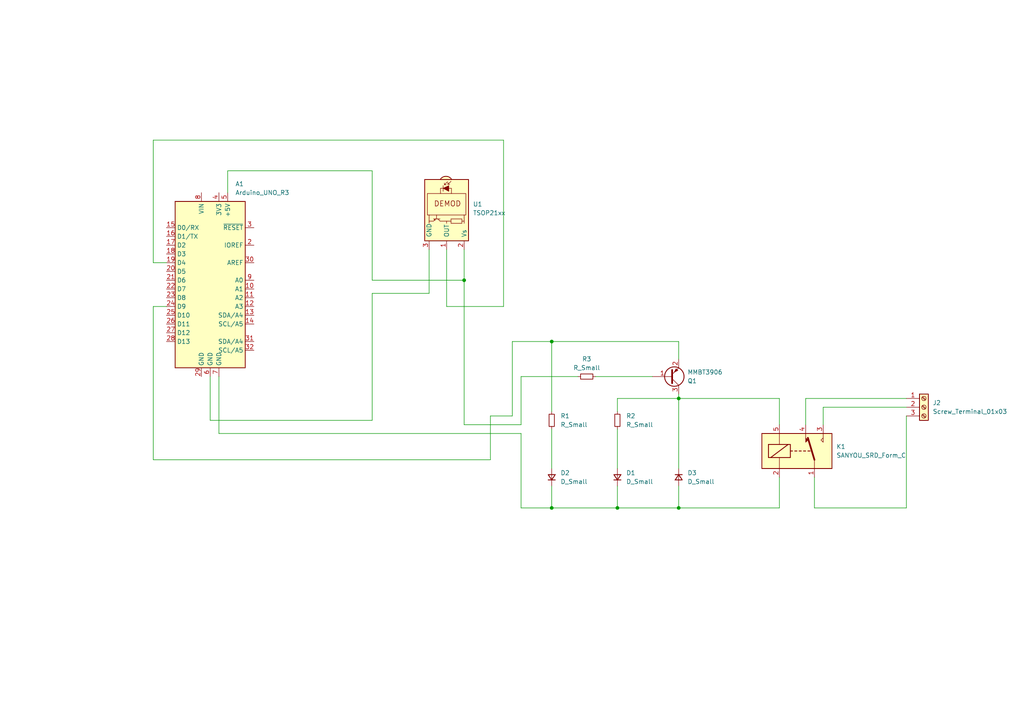
<source format=kicad_sch>
(kicad_sch
	(version 20231120)
	(generator "eeschema")
	(generator_version "8.0")
	(uuid "58d1f2e1-e14a-422e-bc5f-2720ecab5733")
	(paper "A4")
	(title_block
		(title "Remote controlled relay")
		(date "2024-06-29")
	)
	(lib_symbols
		(symbol "Connector:Screw_Terminal_01x03"
			(pin_names
				(offset 1.016) hide)
			(exclude_from_sim no)
			(in_bom yes)
			(on_board yes)
			(property "Reference" "J"
				(at 0 5.08 0)
				(effects
					(font
						(size 1.27 1.27)
					)
				)
			)
			(property "Value" "Screw_Terminal_01x03"
				(at 0 -5.08 0)
				(effects
					(font
						(size 1.27 1.27)
					)
				)
			)
			(property "Footprint" ""
				(at 0 0 0)
				(effects
					(font
						(size 1.27 1.27)
					)
					(hide yes)
				)
			)
			(property "Datasheet" "~"
				(at 0 0 0)
				(effects
					(font
						(size 1.27 1.27)
					)
					(hide yes)
				)
			)
			(property "Description" "Generic screw terminal, single row, 01x03, script generated (kicad-library-utils/schlib/autogen/connector/)"
				(at 0 0 0)
				(effects
					(font
						(size 1.27 1.27)
					)
					(hide yes)
				)
			)
			(property "ki_keywords" "screw terminal"
				(at 0 0 0)
				(effects
					(font
						(size 1.27 1.27)
					)
					(hide yes)
				)
			)
			(property "ki_fp_filters" "TerminalBlock*:*"
				(at 0 0 0)
				(effects
					(font
						(size 1.27 1.27)
					)
					(hide yes)
				)
			)
			(symbol "Screw_Terminal_01x03_1_1"
				(rectangle
					(start -1.27 3.81)
					(end 1.27 -3.81)
					(stroke
						(width 0.254)
						(type default)
					)
					(fill
						(type background)
					)
				)
				(circle
					(center 0 -2.54)
					(radius 0.635)
					(stroke
						(width 0.1524)
						(type default)
					)
					(fill
						(type none)
					)
				)
				(polyline
					(pts
						(xy -0.5334 -2.2098) (xy 0.3302 -3.048)
					)
					(stroke
						(width 0.1524)
						(type default)
					)
					(fill
						(type none)
					)
				)
				(polyline
					(pts
						(xy -0.5334 0.3302) (xy 0.3302 -0.508)
					)
					(stroke
						(width 0.1524)
						(type default)
					)
					(fill
						(type none)
					)
				)
				(polyline
					(pts
						(xy -0.5334 2.8702) (xy 0.3302 2.032)
					)
					(stroke
						(width 0.1524)
						(type default)
					)
					(fill
						(type none)
					)
				)
				(polyline
					(pts
						(xy -0.3556 -2.032) (xy 0.508 -2.8702)
					)
					(stroke
						(width 0.1524)
						(type default)
					)
					(fill
						(type none)
					)
				)
				(polyline
					(pts
						(xy -0.3556 0.508) (xy 0.508 -0.3302)
					)
					(stroke
						(width 0.1524)
						(type default)
					)
					(fill
						(type none)
					)
				)
				(polyline
					(pts
						(xy -0.3556 3.048) (xy 0.508 2.2098)
					)
					(stroke
						(width 0.1524)
						(type default)
					)
					(fill
						(type none)
					)
				)
				(circle
					(center 0 0)
					(radius 0.635)
					(stroke
						(width 0.1524)
						(type default)
					)
					(fill
						(type none)
					)
				)
				(circle
					(center 0 2.54)
					(radius 0.635)
					(stroke
						(width 0.1524)
						(type default)
					)
					(fill
						(type none)
					)
				)
				(pin passive line
					(at -5.08 2.54 0)
					(length 3.81)
					(name "Pin_1"
						(effects
							(font
								(size 1.27 1.27)
							)
						)
					)
					(number "1"
						(effects
							(font
								(size 1.27 1.27)
							)
						)
					)
				)
				(pin passive line
					(at -5.08 0 0)
					(length 3.81)
					(name "Pin_2"
						(effects
							(font
								(size 1.27 1.27)
							)
						)
					)
					(number "2"
						(effects
							(font
								(size 1.27 1.27)
							)
						)
					)
				)
				(pin passive line
					(at -5.08 -2.54 0)
					(length 3.81)
					(name "Pin_3"
						(effects
							(font
								(size 1.27 1.27)
							)
						)
					)
					(number "3"
						(effects
							(font
								(size 1.27 1.27)
							)
						)
					)
				)
			)
		)
		(symbol "Device:D_Small"
			(pin_numbers hide)
			(pin_names
				(offset 0.254) hide)
			(exclude_from_sim no)
			(in_bom yes)
			(on_board yes)
			(property "Reference" "D"
				(at -1.27 2.032 0)
				(effects
					(font
						(size 1.27 1.27)
					)
					(justify left)
				)
			)
			(property "Value" "D_Small"
				(at -3.81 -2.032 0)
				(effects
					(font
						(size 1.27 1.27)
					)
					(justify left)
				)
			)
			(property "Footprint" ""
				(at 0 0 90)
				(effects
					(font
						(size 1.27 1.27)
					)
					(hide yes)
				)
			)
			(property "Datasheet" "~"
				(at 0 0 90)
				(effects
					(font
						(size 1.27 1.27)
					)
					(hide yes)
				)
			)
			(property "Description" "Diode, small symbol"
				(at 0 0 0)
				(effects
					(font
						(size 1.27 1.27)
					)
					(hide yes)
				)
			)
			(property "Sim.Device" "D"
				(at 0 0 0)
				(effects
					(font
						(size 1.27 1.27)
					)
					(hide yes)
				)
			)
			(property "Sim.Pins" "1=K 2=A"
				(at 0 0 0)
				(effects
					(font
						(size 1.27 1.27)
					)
					(hide yes)
				)
			)
			(property "ki_keywords" "diode"
				(at 0 0 0)
				(effects
					(font
						(size 1.27 1.27)
					)
					(hide yes)
				)
			)
			(property "ki_fp_filters" "TO-???* *_Diode_* *SingleDiode* D_*"
				(at 0 0 0)
				(effects
					(font
						(size 1.27 1.27)
					)
					(hide yes)
				)
			)
			(symbol "D_Small_0_1"
				(polyline
					(pts
						(xy -0.762 -1.016) (xy -0.762 1.016)
					)
					(stroke
						(width 0.254)
						(type default)
					)
					(fill
						(type none)
					)
				)
				(polyline
					(pts
						(xy -0.762 0) (xy 0.762 0)
					)
					(stroke
						(width 0)
						(type default)
					)
					(fill
						(type none)
					)
				)
				(polyline
					(pts
						(xy 0.762 -1.016) (xy -0.762 0) (xy 0.762 1.016) (xy 0.762 -1.016)
					)
					(stroke
						(width 0.254)
						(type default)
					)
					(fill
						(type none)
					)
				)
			)
			(symbol "D_Small_1_1"
				(pin passive line
					(at -2.54 0 0)
					(length 1.778)
					(name "K"
						(effects
							(font
								(size 1.27 1.27)
							)
						)
					)
					(number "1"
						(effects
							(font
								(size 1.27 1.27)
							)
						)
					)
				)
				(pin passive line
					(at 2.54 0 180)
					(length 1.778)
					(name "A"
						(effects
							(font
								(size 1.27 1.27)
							)
						)
					)
					(number "2"
						(effects
							(font
								(size 1.27 1.27)
							)
						)
					)
				)
			)
		)
		(symbol "Device:R_Small"
			(pin_numbers hide)
			(pin_names
				(offset 0.254) hide)
			(exclude_from_sim no)
			(in_bom yes)
			(on_board yes)
			(property "Reference" "R"
				(at 0.762 0.508 0)
				(effects
					(font
						(size 1.27 1.27)
					)
					(justify left)
				)
			)
			(property "Value" "R_Small"
				(at 0.762 -1.016 0)
				(effects
					(font
						(size 1.27 1.27)
					)
					(justify left)
				)
			)
			(property "Footprint" ""
				(at 0 0 0)
				(effects
					(font
						(size 1.27 1.27)
					)
					(hide yes)
				)
			)
			(property "Datasheet" "~"
				(at 0 0 0)
				(effects
					(font
						(size 1.27 1.27)
					)
					(hide yes)
				)
			)
			(property "Description" "Resistor, small symbol"
				(at 0 0 0)
				(effects
					(font
						(size 1.27 1.27)
					)
					(hide yes)
				)
			)
			(property "ki_keywords" "R resistor"
				(at 0 0 0)
				(effects
					(font
						(size 1.27 1.27)
					)
					(hide yes)
				)
			)
			(property "ki_fp_filters" "R_*"
				(at 0 0 0)
				(effects
					(font
						(size 1.27 1.27)
					)
					(hide yes)
				)
			)
			(symbol "R_Small_0_1"
				(rectangle
					(start -0.762 1.778)
					(end 0.762 -1.778)
					(stroke
						(width 0.2032)
						(type default)
					)
					(fill
						(type none)
					)
				)
			)
			(symbol "R_Small_1_1"
				(pin passive line
					(at 0 2.54 270)
					(length 0.762)
					(name "~"
						(effects
							(font
								(size 1.27 1.27)
							)
						)
					)
					(number "1"
						(effects
							(font
								(size 1.27 1.27)
							)
						)
					)
				)
				(pin passive line
					(at 0 -2.54 90)
					(length 0.762)
					(name "~"
						(effects
							(font
								(size 1.27 1.27)
							)
						)
					)
					(number "2"
						(effects
							(font
								(size 1.27 1.27)
							)
						)
					)
				)
			)
		)
		(symbol "Interface_Optical:TSOP21xx"
			(pin_names
				(offset 1.016)
			)
			(exclude_from_sim no)
			(in_bom yes)
			(on_board yes)
			(property "Reference" "U"
				(at -10.16 7.62 0)
				(effects
					(font
						(size 1.27 1.27)
					)
					(justify left)
				)
			)
			(property "Value" "TSOP21xx"
				(at -10.16 -7.62 0)
				(effects
					(font
						(size 1.27 1.27)
					)
					(justify left)
				)
			)
			(property "Footprint" "OptoDevice:Vishay_MOLD-3Pin"
				(at -1.27 -9.525 0)
				(effects
					(font
						(size 1.27 1.27)
					)
					(hide yes)
				)
			)
			(property "Datasheet" "http://www.vishay.com/docs/82460/tsop45.pdf"
				(at 16.51 7.62 0)
				(effects
					(font
						(size 1.27 1.27)
					)
					(hide yes)
				)
			)
			(property "Description" "IR Receiver Modules for Remote Control Systems"
				(at 0 0 0)
				(effects
					(font
						(size 1.27 1.27)
					)
					(hide yes)
				)
			)
			(property "ki_keywords" "opto IR receiver"
				(at 0 0 0)
				(effects
					(font
						(size 1.27 1.27)
					)
					(hide yes)
				)
			)
			(property "ki_fp_filters" "Vishay*MOLD*"
				(at 0 0 0)
				(effects
					(font
						(size 1.27 1.27)
					)
					(hide yes)
				)
			)
			(symbol "TSOP21xx_0_0"
				(arc
					(start -10.287 1.397)
					(mid -11.0899 -0.1852)
					(end -10.287 -1.778)
					(stroke
						(width 0.254)
						(type default)
					)
					(fill
						(type background)
					)
				)
				(polyline
					(pts
						(xy 1.905 -5.08) (xy 0.127 -5.08)
					)
					(stroke
						(width 0)
						(type default)
					)
					(fill
						(type none)
					)
				)
				(polyline
					(pts
						(xy 1.905 5.08) (xy 0.127 5.08)
					)
					(stroke
						(width 0)
						(type default)
					)
					(fill
						(type none)
					)
				)
				(text "DEMOD"
					(at -3.175 0.254 900)
					(effects
						(font
							(size 1.524 1.524)
						)
					)
				)
			)
			(symbol "TSOP21xx_0_1"
				(rectangle
					(start -6.096 5.588)
					(end 0.127 -5.588)
					(stroke
						(width 0)
						(type default)
					)
					(fill
						(type none)
					)
				)
				(polyline
					(pts
						(xy -8.763 0.381) (xy -9.652 1.27)
					)
					(stroke
						(width 0)
						(type default)
					)
					(fill
						(type none)
					)
				)
				(polyline
					(pts
						(xy -8.763 0.381) (xy -9.271 0.381)
					)
					(stroke
						(width 0)
						(type default)
					)
					(fill
						(type none)
					)
				)
				(polyline
					(pts
						(xy -8.763 0.381) (xy -8.763 0.889)
					)
					(stroke
						(width 0)
						(type default)
					)
					(fill
						(type none)
					)
				)
				(polyline
					(pts
						(xy -8.636 -0.635) (xy -9.525 0.254)
					)
					(stroke
						(width 0)
						(type default)
					)
					(fill
						(type none)
					)
				)
				(polyline
					(pts
						(xy -8.636 -0.635) (xy -9.144 -0.635)
					)
					(stroke
						(width 0)
						(type default)
					)
					(fill
						(type none)
					)
				)
				(polyline
					(pts
						(xy -8.636 -0.635) (xy -8.636 -0.127)
					)
					(stroke
						(width 0)
						(type default)
					)
					(fill
						(type none)
					)
				)
				(polyline
					(pts
						(xy -8.382 -1.016) (xy -6.731 -1.016)
					)
					(stroke
						(width 0)
						(type default)
					)
					(fill
						(type none)
					)
				)
				(polyline
					(pts
						(xy 1.27 -2.921) (xy 0.127 -2.921)
					)
					(stroke
						(width 0)
						(type default)
					)
					(fill
						(type none)
					)
				)
				(polyline
					(pts
						(xy 1.27 -1.905) (xy 1.27 -3.81)
					)
					(stroke
						(width 0)
						(type default)
					)
					(fill
						(type none)
					)
				)
				(polyline
					(pts
						(xy 1.397 -3.556) (xy 1.524 -3.556)
					)
					(stroke
						(width 0)
						(type default)
					)
					(fill
						(type none)
					)
				)
				(polyline
					(pts
						(xy 1.651 -3.556) (xy 1.524 -3.556)
					)
					(stroke
						(width 0)
						(type default)
					)
					(fill
						(type none)
					)
				)
				(polyline
					(pts
						(xy 1.651 -3.556) (xy 1.651 -3.302)
					)
					(stroke
						(width 0)
						(type default)
					)
					(fill
						(type none)
					)
				)
				(polyline
					(pts
						(xy 1.905 0) (xy 1.905 1.27)
					)
					(stroke
						(width 0)
						(type default)
					)
					(fill
						(type none)
					)
				)
				(polyline
					(pts
						(xy 1.905 4.445) (xy 1.905 5.08) (xy 2.54 5.08)
					)
					(stroke
						(width 0)
						(type default)
					)
					(fill
						(type none)
					)
				)
				(polyline
					(pts
						(xy -8.382 0.635) (xy -6.731 0.635) (xy -7.62 -1.016) (xy -8.382 0.635)
					)
					(stroke
						(width 0)
						(type default)
					)
					(fill
						(type outline)
					)
				)
				(polyline
					(pts
						(xy -6.096 1.397) (xy -7.62 1.397) (xy -7.62 -1.778) (xy -6.096 -1.778)
					)
					(stroke
						(width 0)
						(type default)
					)
					(fill
						(type none)
					)
				)
				(polyline
					(pts
						(xy 1.27 -3.175) (xy 1.905 -3.81) (xy 1.905 -5.08) (xy 2.54 -5.08)
					)
					(stroke
						(width 0)
						(type default)
					)
					(fill
						(type none)
					)
				)
				(polyline
					(pts
						(xy 1.27 -2.54) (xy 1.905 -1.905) (xy 1.905 0) (xy 2.54 0)
					)
					(stroke
						(width 0)
						(type default)
					)
					(fill
						(type none)
					)
				)
				(rectangle
					(start 2.54 1.27)
					(end 1.27 4.445)
					(stroke
						(width 0)
						(type default)
					)
					(fill
						(type none)
					)
				)
				(rectangle
					(start 7.62 6.35)
					(end -10.16 -6.35)
					(stroke
						(width 0.254)
						(type default)
					)
					(fill
						(type background)
					)
				)
			)
			(symbol "TSOP21xx_1_1"
				(pin output line
					(at 10.16 0 180)
					(length 2.54)
					(name "OUT"
						(effects
							(font
								(size 1.27 1.27)
							)
						)
					)
					(number "1"
						(effects
							(font
								(size 1.27 1.27)
							)
						)
					)
				)
				(pin power_in line
					(at 10.16 5.08 180)
					(length 2.54)
					(name "Vs"
						(effects
							(font
								(size 1.27 1.27)
							)
						)
					)
					(number "2"
						(effects
							(font
								(size 1.27 1.27)
							)
						)
					)
				)
				(pin power_in line
					(at 10.16 -5.08 180)
					(length 2.54)
					(name "GND"
						(effects
							(font
								(size 1.27 1.27)
							)
						)
					)
					(number "3"
						(effects
							(font
								(size 1.27 1.27)
							)
						)
					)
				)
			)
		)
		(symbol "MCU_Module:Arduino_UNO_R3"
			(exclude_from_sim no)
			(in_bom yes)
			(on_board yes)
			(property "Reference" "A"
				(at -10.16 23.495 0)
				(effects
					(font
						(size 1.27 1.27)
					)
					(justify left bottom)
				)
			)
			(property "Value" "Arduino_UNO_R3"
				(at 5.08 -26.67 0)
				(effects
					(font
						(size 1.27 1.27)
					)
					(justify left top)
				)
			)
			(property "Footprint" "Module:Arduino_UNO_R3"
				(at 0 0 0)
				(effects
					(font
						(size 1.27 1.27)
						(italic yes)
					)
					(hide yes)
				)
			)
			(property "Datasheet" "https://www.arduino.cc/en/Main/arduinoBoardUno"
				(at 0 0 0)
				(effects
					(font
						(size 1.27 1.27)
					)
					(hide yes)
				)
			)
			(property "Description" "Arduino UNO Microcontroller Module, release 3"
				(at 0 0 0)
				(effects
					(font
						(size 1.27 1.27)
					)
					(hide yes)
				)
			)
			(property "ki_keywords" "Arduino UNO R3 Microcontroller Module Atmel AVR USB"
				(at 0 0 0)
				(effects
					(font
						(size 1.27 1.27)
					)
					(hide yes)
				)
			)
			(property "ki_fp_filters" "Arduino*UNO*R3*"
				(at 0 0 0)
				(effects
					(font
						(size 1.27 1.27)
					)
					(hide yes)
				)
			)
			(symbol "Arduino_UNO_R3_0_1"
				(rectangle
					(start -10.16 22.86)
					(end 10.16 -25.4)
					(stroke
						(width 0.254)
						(type default)
					)
					(fill
						(type background)
					)
				)
			)
			(symbol "Arduino_UNO_R3_1_1"
				(pin no_connect line
					(at -10.16 -20.32 0)
					(length 2.54) hide
					(name "NC"
						(effects
							(font
								(size 1.27 1.27)
							)
						)
					)
					(number "1"
						(effects
							(font
								(size 1.27 1.27)
							)
						)
					)
				)
				(pin bidirectional line
					(at 12.7 -2.54 180)
					(length 2.54)
					(name "A1"
						(effects
							(font
								(size 1.27 1.27)
							)
						)
					)
					(number "10"
						(effects
							(font
								(size 1.27 1.27)
							)
						)
					)
				)
				(pin bidirectional line
					(at 12.7 -5.08 180)
					(length 2.54)
					(name "A2"
						(effects
							(font
								(size 1.27 1.27)
							)
						)
					)
					(number "11"
						(effects
							(font
								(size 1.27 1.27)
							)
						)
					)
				)
				(pin bidirectional line
					(at 12.7 -7.62 180)
					(length 2.54)
					(name "A3"
						(effects
							(font
								(size 1.27 1.27)
							)
						)
					)
					(number "12"
						(effects
							(font
								(size 1.27 1.27)
							)
						)
					)
				)
				(pin bidirectional line
					(at 12.7 -10.16 180)
					(length 2.54)
					(name "SDA/A4"
						(effects
							(font
								(size 1.27 1.27)
							)
						)
					)
					(number "13"
						(effects
							(font
								(size 1.27 1.27)
							)
						)
					)
				)
				(pin bidirectional line
					(at 12.7 -12.7 180)
					(length 2.54)
					(name "SCL/A5"
						(effects
							(font
								(size 1.27 1.27)
							)
						)
					)
					(number "14"
						(effects
							(font
								(size 1.27 1.27)
							)
						)
					)
				)
				(pin bidirectional line
					(at -12.7 15.24 0)
					(length 2.54)
					(name "D0/RX"
						(effects
							(font
								(size 1.27 1.27)
							)
						)
					)
					(number "15"
						(effects
							(font
								(size 1.27 1.27)
							)
						)
					)
				)
				(pin bidirectional line
					(at -12.7 12.7 0)
					(length 2.54)
					(name "D1/TX"
						(effects
							(font
								(size 1.27 1.27)
							)
						)
					)
					(number "16"
						(effects
							(font
								(size 1.27 1.27)
							)
						)
					)
				)
				(pin bidirectional line
					(at -12.7 10.16 0)
					(length 2.54)
					(name "D2"
						(effects
							(font
								(size 1.27 1.27)
							)
						)
					)
					(number "17"
						(effects
							(font
								(size 1.27 1.27)
							)
						)
					)
				)
				(pin bidirectional line
					(at -12.7 7.62 0)
					(length 2.54)
					(name "D3"
						(effects
							(font
								(size 1.27 1.27)
							)
						)
					)
					(number "18"
						(effects
							(font
								(size 1.27 1.27)
							)
						)
					)
				)
				(pin bidirectional line
					(at -12.7 5.08 0)
					(length 2.54)
					(name "D4"
						(effects
							(font
								(size 1.27 1.27)
							)
						)
					)
					(number "19"
						(effects
							(font
								(size 1.27 1.27)
							)
						)
					)
				)
				(pin output line
					(at 12.7 10.16 180)
					(length 2.54)
					(name "IOREF"
						(effects
							(font
								(size 1.27 1.27)
							)
						)
					)
					(number "2"
						(effects
							(font
								(size 1.27 1.27)
							)
						)
					)
				)
				(pin bidirectional line
					(at -12.7 2.54 0)
					(length 2.54)
					(name "D5"
						(effects
							(font
								(size 1.27 1.27)
							)
						)
					)
					(number "20"
						(effects
							(font
								(size 1.27 1.27)
							)
						)
					)
				)
				(pin bidirectional line
					(at -12.7 0 0)
					(length 2.54)
					(name "D6"
						(effects
							(font
								(size 1.27 1.27)
							)
						)
					)
					(number "21"
						(effects
							(font
								(size 1.27 1.27)
							)
						)
					)
				)
				(pin bidirectional line
					(at -12.7 -2.54 0)
					(length 2.54)
					(name "D7"
						(effects
							(font
								(size 1.27 1.27)
							)
						)
					)
					(number "22"
						(effects
							(font
								(size 1.27 1.27)
							)
						)
					)
				)
				(pin bidirectional line
					(at -12.7 -5.08 0)
					(length 2.54)
					(name "D8"
						(effects
							(font
								(size 1.27 1.27)
							)
						)
					)
					(number "23"
						(effects
							(font
								(size 1.27 1.27)
							)
						)
					)
				)
				(pin bidirectional line
					(at -12.7 -7.62 0)
					(length 2.54)
					(name "D9"
						(effects
							(font
								(size 1.27 1.27)
							)
						)
					)
					(number "24"
						(effects
							(font
								(size 1.27 1.27)
							)
						)
					)
				)
				(pin bidirectional line
					(at -12.7 -10.16 0)
					(length 2.54)
					(name "D10"
						(effects
							(font
								(size 1.27 1.27)
							)
						)
					)
					(number "25"
						(effects
							(font
								(size 1.27 1.27)
							)
						)
					)
				)
				(pin bidirectional line
					(at -12.7 -12.7 0)
					(length 2.54)
					(name "D11"
						(effects
							(font
								(size 1.27 1.27)
							)
						)
					)
					(number "26"
						(effects
							(font
								(size 1.27 1.27)
							)
						)
					)
				)
				(pin bidirectional line
					(at -12.7 -15.24 0)
					(length 2.54)
					(name "D12"
						(effects
							(font
								(size 1.27 1.27)
							)
						)
					)
					(number "27"
						(effects
							(font
								(size 1.27 1.27)
							)
						)
					)
				)
				(pin bidirectional line
					(at -12.7 -17.78 0)
					(length 2.54)
					(name "D13"
						(effects
							(font
								(size 1.27 1.27)
							)
						)
					)
					(number "28"
						(effects
							(font
								(size 1.27 1.27)
							)
						)
					)
				)
				(pin power_in line
					(at -2.54 -27.94 90)
					(length 2.54)
					(name "GND"
						(effects
							(font
								(size 1.27 1.27)
							)
						)
					)
					(number "29"
						(effects
							(font
								(size 1.27 1.27)
							)
						)
					)
				)
				(pin input line
					(at 12.7 15.24 180)
					(length 2.54)
					(name "~{RESET}"
						(effects
							(font
								(size 1.27 1.27)
							)
						)
					)
					(number "3"
						(effects
							(font
								(size 1.27 1.27)
							)
						)
					)
				)
				(pin input line
					(at 12.7 5.08 180)
					(length 2.54)
					(name "AREF"
						(effects
							(font
								(size 1.27 1.27)
							)
						)
					)
					(number "30"
						(effects
							(font
								(size 1.27 1.27)
							)
						)
					)
				)
				(pin bidirectional line
					(at 12.7 -17.78 180)
					(length 2.54)
					(name "SDA/A4"
						(effects
							(font
								(size 1.27 1.27)
							)
						)
					)
					(number "31"
						(effects
							(font
								(size 1.27 1.27)
							)
						)
					)
				)
				(pin bidirectional line
					(at 12.7 -20.32 180)
					(length 2.54)
					(name "SCL/A5"
						(effects
							(font
								(size 1.27 1.27)
							)
						)
					)
					(number "32"
						(effects
							(font
								(size 1.27 1.27)
							)
						)
					)
				)
				(pin power_out line
					(at 2.54 25.4 270)
					(length 2.54)
					(name "3V3"
						(effects
							(font
								(size 1.27 1.27)
							)
						)
					)
					(number "4"
						(effects
							(font
								(size 1.27 1.27)
							)
						)
					)
				)
				(pin power_out line
					(at 5.08 25.4 270)
					(length 2.54)
					(name "+5V"
						(effects
							(font
								(size 1.27 1.27)
							)
						)
					)
					(number "5"
						(effects
							(font
								(size 1.27 1.27)
							)
						)
					)
				)
				(pin power_in line
					(at 0 -27.94 90)
					(length 2.54)
					(name "GND"
						(effects
							(font
								(size 1.27 1.27)
							)
						)
					)
					(number "6"
						(effects
							(font
								(size 1.27 1.27)
							)
						)
					)
				)
				(pin power_in line
					(at 2.54 -27.94 90)
					(length 2.54)
					(name "GND"
						(effects
							(font
								(size 1.27 1.27)
							)
						)
					)
					(number "7"
						(effects
							(font
								(size 1.27 1.27)
							)
						)
					)
				)
				(pin power_in line
					(at -2.54 25.4 270)
					(length 2.54)
					(name "VIN"
						(effects
							(font
								(size 1.27 1.27)
							)
						)
					)
					(number "8"
						(effects
							(font
								(size 1.27 1.27)
							)
						)
					)
				)
				(pin bidirectional line
					(at 12.7 0 180)
					(length 2.54)
					(name "A0"
						(effects
							(font
								(size 1.27 1.27)
							)
						)
					)
					(number "9"
						(effects
							(font
								(size 1.27 1.27)
							)
						)
					)
				)
			)
		)
		(symbol "Relay:SANYOU_SRD_Form_C"
			(exclude_from_sim no)
			(in_bom yes)
			(on_board yes)
			(property "Reference" "K"
				(at 11.43 3.81 0)
				(effects
					(font
						(size 1.27 1.27)
					)
					(justify left)
				)
			)
			(property "Value" "SANYOU_SRD_Form_C"
				(at 11.43 1.27 0)
				(effects
					(font
						(size 1.27 1.27)
					)
					(justify left)
				)
			)
			(property "Footprint" "Relay_THT:Relay_SPDT_SANYOU_SRD_Series_Form_C"
				(at 11.43 -1.27 0)
				(effects
					(font
						(size 1.27 1.27)
					)
					(justify left)
					(hide yes)
				)
			)
			(property "Datasheet" "http://www.sanyourelay.ca/public/products/pdf/SRD.pdf"
				(at 0 0 0)
				(effects
					(font
						(size 1.27 1.27)
					)
					(hide yes)
				)
			)
			(property "Description" "Sanyo SRD relay, Single Pole Miniature Power Relay,"
				(at 0 0 0)
				(effects
					(font
						(size 1.27 1.27)
					)
					(hide yes)
				)
			)
			(property "ki_keywords" "Single Pole Relay SPDT"
				(at 0 0 0)
				(effects
					(font
						(size 1.27 1.27)
					)
					(hide yes)
				)
			)
			(property "ki_fp_filters" "Relay*SPDT*SANYOU*SRD*Series*Form*C*"
				(at 0 0 0)
				(effects
					(font
						(size 1.27 1.27)
					)
					(hide yes)
				)
			)
			(symbol "SANYOU_SRD_Form_C_0_0"
				(polyline
					(pts
						(xy 7.62 5.08) (xy 7.62 2.54) (xy 6.985 3.175) (xy 7.62 3.81)
					)
					(stroke
						(width 0)
						(type default)
					)
					(fill
						(type none)
					)
				)
			)
			(symbol "SANYOU_SRD_Form_C_0_1"
				(rectangle
					(start -10.16 5.08)
					(end 10.16 -5.08)
					(stroke
						(width 0.254)
						(type default)
					)
					(fill
						(type background)
					)
				)
				(rectangle
					(start -8.255 1.905)
					(end -1.905 -1.905)
					(stroke
						(width 0.254)
						(type default)
					)
					(fill
						(type none)
					)
				)
				(polyline
					(pts
						(xy -7.62 -1.905) (xy -2.54 1.905)
					)
					(stroke
						(width 0.254)
						(type default)
					)
					(fill
						(type none)
					)
				)
				(polyline
					(pts
						(xy -5.08 -5.08) (xy -5.08 -1.905)
					)
					(stroke
						(width 0)
						(type default)
					)
					(fill
						(type none)
					)
				)
				(polyline
					(pts
						(xy -5.08 5.08) (xy -5.08 1.905)
					)
					(stroke
						(width 0)
						(type default)
					)
					(fill
						(type none)
					)
				)
				(polyline
					(pts
						(xy -1.905 0) (xy -1.27 0)
					)
					(stroke
						(width 0.254)
						(type default)
					)
					(fill
						(type none)
					)
				)
				(polyline
					(pts
						(xy -0.635 0) (xy 0 0)
					)
					(stroke
						(width 0.254)
						(type default)
					)
					(fill
						(type none)
					)
				)
				(polyline
					(pts
						(xy 0.635 0) (xy 1.27 0)
					)
					(stroke
						(width 0.254)
						(type default)
					)
					(fill
						(type none)
					)
				)
				(polyline
					(pts
						(xy 1.905 0) (xy 2.54 0)
					)
					(stroke
						(width 0.254)
						(type default)
					)
					(fill
						(type none)
					)
				)
				(polyline
					(pts
						(xy 3.175 0) (xy 3.81 0)
					)
					(stroke
						(width 0.254)
						(type default)
					)
					(fill
						(type none)
					)
				)
				(polyline
					(pts
						(xy 5.08 -2.54) (xy 3.175 3.81)
					)
					(stroke
						(width 0.508)
						(type default)
					)
					(fill
						(type none)
					)
				)
				(polyline
					(pts
						(xy 5.08 -2.54) (xy 5.08 -5.08)
					)
					(stroke
						(width 0)
						(type default)
					)
					(fill
						(type none)
					)
				)
			)
			(symbol "SANYOU_SRD_Form_C_1_1"
				(polyline
					(pts
						(xy 2.54 3.81) (xy 3.175 3.175) (xy 2.54 2.54) (xy 2.54 5.08)
					)
					(stroke
						(width 0)
						(type default)
					)
					(fill
						(type outline)
					)
				)
				(pin passive line
					(at 5.08 -7.62 90)
					(length 2.54)
					(name "~"
						(effects
							(font
								(size 1.27 1.27)
							)
						)
					)
					(number "1"
						(effects
							(font
								(size 1.27 1.27)
							)
						)
					)
				)
				(pin passive line
					(at -5.08 -7.62 90)
					(length 2.54)
					(name "~"
						(effects
							(font
								(size 1.27 1.27)
							)
						)
					)
					(number "2"
						(effects
							(font
								(size 1.27 1.27)
							)
						)
					)
				)
				(pin passive line
					(at 7.62 7.62 270)
					(length 2.54)
					(name "~"
						(effects
							(font
								(size 1.27 1.27)
							)
						)
					)
					(number "3"
						(effects
							(font
								(size 1.27 1.27)
							)
						)
					)
				)
				(pin passive line
					(at 2.54 7.62 270)
					(length 2.54)
					(name "~"
						(effects
							(font
								(size 1.27 1.27)
							)
						)
					)
					(number "4"
						(effects
							(font
								(size 1.27 1.27)
							)
						)
					)
				)
				(pin passive line
					(at -5.08 7.62 270)
					(length 2.54)
					(name "~"
						(effects
							(font
								(size 1.27 1.27)
							)
						)
					)
					(number "5"
						(effects
							(font
								(size 1.27 1.27)
							)
						)
					)
				)
			)
		)
		(symbol "Transistor_BJT:MMBT3906"
			(pin_names
				(offset 0) hide)
			(exclude_from_sim no)
			(in_bom yes)
			(on_board yes)
			(property "Reference" "Q"
				(at 5.08 1.905 0)
				(effects
					(font
						(size 1.27 1.27)
					)
					(justify left)
				)
			)
			(property "Value" "MMBT3906"
				(at 5.08 0 0)
				(effects
					(font
						(size 1.27 1.27)
					)
					(justify left)
				)
			)
			(property "Footprint" "Package_TO_SOT_SMD:SOT-23"
				(at 5.08 -1.905 0)
				(effects
					(font
						(size 1.27 1.27)
						(italic yes)
					)
					(justify left)
					(hide yes)
				)
			)
			(property "Datasheet" "https://www.onsemi.com/pdf/datasheet/pzt3906-d.pdf"
				(at 0 0 0)
				(effects
					(font
						(size 1.27 1.27)
					)
					(justify left)
					(hide yes)
				)
			)
			(property "Description" "-0.2A Ic, -40V Vce, Small Signal PNP Transistor, SOT-23"
				(at 0 0 0)
				(effects
					(font
						(size 1.27 1.27)
					)
					(hide yes)
				)
			)
			(property "ki_keywords" "PNP Transistor"
				(at 0 0 0)
				(effects
					(font
						(size 1.27 1.27)
					)
					(hide yes)
				)
			)
			(property "ki_fp_filters" "SOT?23*"
				(at 0 0 0)
				(effects
					(font
						(size 1.27 1.27)
					)
					(hide yes)
				)
			)
			(symbol "MMBT3906_0_1"
				(polyline
					(pts
						(xy 0.635 0.635) (xy 2.54 2.54)
					)
					(stroke
						(width 0)
						(type default)
					)
					(fill
						(type none)
					)
				)
				(polyline
					(pts
						(xy 0.635 -0.635) (xy 2.54 -2.54) (xy 2.54 -2.54)
					)
					(stroke
						(width 0)
						(type default)
					)
					(fill
						(type none)
					)
				)
				(polyline
					(pts
						(xy 0.635 1.905) (xy 0.635 -1.905) (xy 0.635 -1.905)
					)
					(stroke
						(width 0.508)
						(type default)
					)
					(fill
						(type none)
					)
				)
				(polyline
					(pts
						(xy 2.286 -1.778) (xy 1.778 -2.286) (xy 1.27 -1.27) (xy 2.286 -1.778) (xy 2.286 -1.778)
					)
					(stroke
						(width 0)
						(type default)
					)
					(fill
						(type outline)
					)
				)
				(circle
					(center 1.27 0)
					(radius 2.8194)
					(stroke
						(width 0.254)
						(type default)
					)
					(fill
						(type none)
					)
				)
			)
			(symbol "MMBT3906_1_1"
				(pin input line
					(at -5.08 0 0)
					(length 5.715)
					(name "B"
						(effects
							(font
								(size 1.27 1.27)
							)
						)
					)
					(number "1"
						(effects
							(font
								(size 1.27 1.27)
							)
						)
					)
				)
				(pin passive line
					(at 2.54 -5.08 90)
					(length 2.54)
					(name "E"
						(effects
							(font
								(size 1.27 1.27)
							)
						)
					)
					(number "2"
						(effects
							(font
								(size 1.27 1.27)
							)
						)
					)
				)
				(pin passive line
					(at 2.54 5.08 270)
					(length 2.54)
					(name "C"
						(effects
							(font
								(size 1.27 1.27)
							)
						)
					)
					(number "3"
						(effects
							(font
								(size 1.27 1.27)
							)
						)
					)
				)
			)
		)
	)
	(junction
		(at 196.85 147.32)
		(diameter 0)
		(color 0 0 0 0)
		(uuid "1110aa51-4a72-458c-b484-0c99afc90830")
	)
	(junction
		(at 160.02 147.32)
		(diameter 0)
		(color 0 0 0 0)
		(uuid "5cf08703-5b50-4808-88d6-0eb6d05c9896")
	)
	(junction
		(at 179.07 147.32)
		(diameter 0)
		(color 0 0 0 0)
		(uuid "7f7c8805-ed90-4532-ad81-fb892eeb3d57")
	)
	(junction
		(at 160.02 99.06)
		(diameter 0)
		(color 0 0 0 0)
		(uuid "81fb59c9-f5be-4a99-9bb0-03b30dde1f69")
	)
	(junction
		(at 134.62 81.28)
		(diameter 0)
		(color 0 0 0 0)
		(uuid "a287a3ce-6ab4-4c64-851a-ee9f00e24602")
	)
	(junction
		(at 196.85 115.57)
		(diameter 0)
		(color 0 0 0 0)
		(uuid "eb21ae58-de5f-496c-8114-43780f162a84")
	)
	(wire
		(pts
			(xy 196.85 99.06) (xy 160.02 99.06)
		)
		(stroke
			(width 0)
			(type default)
		)
		(uuid "12e695a6-435b-4ff0-8d28-b3168c7583c9")
	)
	(wire
		(pts
			(xy 63.5 125.73) (xy 151.13 125.73)
		)
		(stroke
			(width 0)
			(type default)
		)
		(uuid "18f61987-05c8-4d8e-b4a9-03c1345330a2")
	)
	(wire
		(pts
			(xy 142.24 133.35) (xy 142.24 120.65)
		)
		(stroke
			(width 0)
			(type default)
		)
		(uuid "1a52e0d4-e401-4bb9-b1c1-cf6eee9ded3d")
	)
	(wire
		(pts
			(xy 179.07 140.97) (xy 179.07 147.32)
		)
		(stroke
			(width 0)
			(type default)
		)
		(uuid "1e9e9db5-4d44-46e6-83e3-ce8f4fc1081c")
	)
	(wire
		(pts
			(xy 134.62 81.28) (xy 134.62 123.19)
		)
		(stroke
			(width 0)
			(type default)
		)
		(uuid "2279b9de-c8b3-4e0b-af2b-debabfe9c1ae")
	)
	(wire
		(pts
			(xy 142.24 120.65) (xy 148.59 120.65)
		)
		(stroke
			(width 0)
			(type default)
		)
		(uuid "26704d3a-1c9b-4557-8a85-1789fb98b57f")
	)
	(wire
		(pts
			(xy 151.13 147.32) (xy 160.02 147.32)
		)
		(stroke
			(width 0)
			(type default)
		)
		(uuid "2fe4b4ee-dfe6-43fa-b22f-adc78f9a2ba1")
	)
	(wire
		(pts
			(xy 60.96 109.22) (xy 60.96 121.92)
		)
		(stroke
			(width 0)
			(type default)
		)
		(uuid "3000dcd6-9485-4c3d-93b2-00c7072d5de2")
	)
	(wire
		(pts
			(xy 172.72 109.22) (xy 189.23 109.22)
		)
		(stroke
			(width 0)
			(type default)
		)
		(uuid "33112bd5-6937-4da8-aa65-a2eb01c2c569")
	)
	(wire
		(pts
			(xy 107.95 49.53) (xy 107.95 81.28)
		)
		(stroke
			(width 0)
			(type default)
		)
		(uuid "37e9b62f-c5d7-4086-8554-b461dd83b069")
	)
	(wire
		(pts
			(xy 233.68 115.57) (xy 262.89 115.57)
		)
		(stroke
			(width 0)
			(type default)
		)
		(uuid "3cebe26b-91d4-4846-8e63-19451c89be74")
	)
	(wire
		(pts
			(xy 151.13 125.73) (xy 151.13 147.32)
		)
		(stroke
			(width 0)
			(type default)
		)
		(uuid "40ad536d-4338-4e61-b46a-c99bd5c5c14d")
	)
	(wire
		(pts
			(xy 63.5 109.22) (xy 63.5 125.73)
		)
		(stroke
			(width 0)
			(type default)
		)
		(uuid "48368d84-4183-43f7-ad45-f72351af0808")
	)
	(wire
		(pts
			(xy 196.85 114.3) (xy 196.85 115.57)
		)
		(stroke
			(width 0)
			(type default)
		)
		(uuid "4abd856d-e1ac-4c5a-96df-672ad60c7390")
	)
	(wire
		(pts
			(xy 160.02 99.06) (xy 148.59 99.06)
		)
		(stroke
			(width 0)
			(type default)
		)
		(uuid "56793124-6937-42ef-a464-78134b749abd")
	)
	(wire
		(pts
			(xy 151.13 109.22) (xy 151.13 123.19)
		)
		(stroke
			(width 0)
			(type default)
		)
		(uuid "587eae11-755d-447c-b6df-8197ad02646e")
	)
	(wire
		(pts
			(xy 238.76 118.11) (xy 262.89 118.11)
		)
		(stroke
			(width 0)
			(type default)
		)
		(uuid "5af84ce6-5f25-4711-934c-8687c8b7445f")
	)
	(wire
		(pts
			(xy 262.89 147.32) (xy 262.89 120.65)
		)
		(stroke
			(width 0)
			(type default)
		)
		(uuid "5ee87964-bf96-4f26-95ab-60481fd6ee9e")
	)
	(wire
		(pts
			(xy 179.07 115.57) (xy 196.85 115.57)
		)
		(stroke
			(width 0)
			(type default)
		)
		(uuid "6109984b-6836-4afe-9565-352bba6e5e87")
	)
	(wire
		(pts
			(xy 48.26 88.9) (xy 44.45 88.9)
		)
		(stroke
			(width 0)
			(type default)
		)
		(uuid "663367c7-b504-407b-9449-fde4bf53ec3f")
	)
	(wire
		(pts
			(xy 44.45 40.64) (xy 146.05 40.64)
		)
		(stroke
			(width 0)
			(type default)
		)
		(uuid "68842fd0-183e-4b1d-8c5f-ecc73cc485ec")
	)
	(wire
		(pts
			(xy 134.62 81.28) (xy 134.62 72.39)
		)
		(stroke
			(width 0)
			(type default)
		)
		(uuid "6dee40cf-46cb-4d70-8588-83d3f2ae19fd")
	)
	(wire
		(pts
			(xy 196.85 104.14) (xy 196.85 99.06)
		)
		(stroke
			(width 0)
			(type default)
		)
		(uuid "6e11940f-f781-473c-acf2-df2a56d6e507")
	)
	(wire
		(pts
			(xy 134.62 123.19) (xy 151.13 123.19)
		)
		(stroke
			(width 0)
			(type default)
		)
		(uuid "6f181b1d-141b-4917-b7a7-b8aad87bfba6")
	)
	(wire
		(pts
			(xy 48.26 76.2) (xy 44.45 76.2)
		)
		(stroke
			(width 0)
			(type default)
		)
		(uuid "725ec591-d57e-4264-98b9-e6ec53a42bea")
	)
	(wire
		(pts
			(xy 236.22 147.32) (xy 262.89 147.32)
		)
		(stroke
			(width 0)
			(type default)
		)
		(uuid "7281c48c-2c29-4afd-b044-53e3defe8f1e")
	)
	(wire
		(pts
			(xy 238.76 123.19) (xy 238.76 118.11)
		)
		(stroke
			(width 0)
			(type default)
		)
		(uuid "7479af5b-f39c-4106-892c-7229e7486a39")
	)
	(wire
		(pts
			(xy 179.07 119.38) (xy 179.07 115.57)
		)
		(stroke
			(width 0)
			(type default)
		)
		(uuid "78b1ea02-9e20-477e-85ef-930c9ae3a7d8")
	)
	(wire
		(pts
			(xy 60.96 121.92) (xy 107.95 121.92)
		)
		(stroke
			(width 0)
			(type default)
		)
		(uuid "80756762-0017-4546-b7c8-758a37d5d1e6")
	)
	(wire
		(pts
			(xy 226.06 115.57) (xy 226.06 123.19)
		)
		(stroke
			(width 0)
			(type default)
		)
		(uuid "8c534fb7-9dfe-4df6-bae4-48c4b24690e9")
	)
	(wire
		(pts
			(xy 44.45 133.35) (xy 142.24 133.35)
		)
		(stroke
			(width 0)
			(type default)
		)
		(uuid "9100a52b-29ad-4a15-953b-0ed8c6f02686")
	)
	(wire
		(pts
			(xy 129.54 88.9) (xy 129.54 72.39)
		)
		(stroke
			(width 0)
			(type default)
		)
		(uuid "9c928db1-e881-4e89-ba63-ab89db567fb0")
	)
	(wire
		(pts
			(xy 148.59 99.06) (xy 148.59 120.65)
		)
		(stroke
			(width 0)
			(type default)
		)
		(uuid "9f4bcad6-6b63-4f7a-9798-81f13b09a969")
	)
	(wire
		(pts
			(xy 196.85 147.32) (xy 226.06 147.32)
		)
		(stroke
			(width 0)
			(type default)
		)
		(uuid "a02360b7-a414-48c6-8d3f-a4f9d7af46bc")
	)
	(wire
		(pts
			(xy 160.02 140.97) (xy 160.02 147.32)
		)
		(stroke
			(width 0)
			(type default)
		)
		(uuid "aac3aeef-8f1b-4a31-8b58-c414ac561e62")
	)
	(wire
		(pts
			(xy 160.02 124.46) (xy 160.02 135.89)
		)
		(stroke
			(width 0)
			(type default)
		)
		(uuid "b1546d82-85b1-4025-acf9-760bc3e20bb3")
	)
	(wire
		(pts
			(xy 66.04 49.53) (xy 107.95 49.53)
		)
		(stroke
			(width 0)
			(type default)
		)
		(uuid "b813c50e-9c23-4893-af0f-cec202136cd0")
	)
	(wire
		(pts
			(xy 107.95 85.09) (xy 124.46 85.09)
		)
		(stroke
			(width 0)
			(type default)
		)
		(uuid "b8844d68-a704-4040-ad0a-7f08edbdbdfd")
	)
	(wire
		(pts
			(xy 196.85 140.97) (xy 196.85 147.32)
		)
		(stroke
			(width 0)
			(type default)
		)
		(uuid "bb98298d-35e3-433c-b68a-cc2b1ae1d14f")
	)
	(wire
		(pts
			(xy 236.22 138.43) (xy 236.22 147.32)
		)
		(stroke
			(width 0)
			(type default)
		)
		(uuid "bdeaff7f-6d8a-415e-b985-92cac941efe7")
	)
	(wire
		(pts
			(xy 44.45 88.9) (xy 44.45 133.35)
		)
		(stroke
			(width 0)
			(type default)
		)
		(uuid "be13bd7c-35c3-4d40-84cc-6f5fd4008152")
	)
	(wire
		(pts
			(xy 107.95 121.92) (xy 107.95 85.09)
		)
		(stroke
			(width 0)
			(type default)
		)
		(uuid "c718a28c-97ea-46d1-b864-b07bcf50bee0")
	)
	(wire
		(pts
			(xy 124.46 85.09) (xy 124.46 72.39)
		)
		(stroke
			(width 0)
			(type default)
		)
		(uuid "c7763c73-a56e-4c00-8496-6fe88493fbde")
	)
	(wire
		(pts
			(xy 146.05 88.9) (xy 129.54 88.9)
		)
		(stroke
			(width 0)
			(type default)
		)
		(uuid "ca0a18a2-07a9-45e6-8120-25a50213ad7b")
	)
	(wire
		(pts
			(xy 196.85 115.57) (xy 226.06 115.57)
		)
		(stroke
			(width 0)
			(type default)
		)
		(uuid "cc7477fd-511c-402e-9a26-02b6e0b369d2")
	)
	(wire
		(pts
			(xy 107.95 81.28) (xy 134.62 81.28)
		)
		(stroke
			(width 0)
			(type default)
		)
		(uuid "cf024369-f740-479f-91ea-6175fb948820")
	)
	(wire
		(pts
			(xy 146.05 40.64) (xy 146.05 88.9)
		)
		(stroke
			(width 0)
			(type default)
		)
		(uuid "ddcb3fb1-21e6-46e6-86b1-b1a72d0910fa")
	)
	(wire
		(pts
			(xy 167.64 109.22) (xy 151.13 109.22)
		)
		(stroke
			(width 0)
			(type default)
		)
		(uuid "e108bd17-66eb-4917-81f8-4bacf06d8b1e")
	)
	(wire
		(pts
			(xy 160.02 99.06) (xy 160.02 119.38)
		)
		(stroke
			(width 0)
			(type default)
		)
		(uuid "e1436cf7-0298-487b-a2a2-2241003f2131")
	)
	(wire
		(pts
			(xy 226.06 147.32) (xy 226.06 138.43)
		)
		(stroke
			(width 0)
			(type default)
		)
		(uuid "e513147f-25be-44b9-bc60-1c9d235c4a74")
	)
	(wire
		(pts
			(xy 160.02 147.32) (xy 179.07 147.32)
		)
		(stroke
			(width 0)
			(type default)
		)
		(uuid "e683a113-9143-4790-8f8e-f7ce93f9b25b")
	)
	(wire
		(pts
			(xy 44.45 76.2) (xy 44.45 40.64)
		)
		(stroke
			(width 0)
			(type default)
		)
		(uuid "e6be6623-c51c-437f-ad3e-d18696ae7600")
	)
	(wire
		(pts
			(xy 196.85 115.57) (xy 196.85 135.89)
		)
		(stroke
			(width 0)
			(type default)
		)
		(uuid "ecd5cd4e-8af3-419c-9e70-7dd98bd836df")
	)
	(wire
		(pts
			(xy 179.07 124.46) (xy 179.07 135.89)
		)
		(stroke
			(width 0)
			(type default)
		)
		(uuid "ef3f4673-8d7e-4cd6-83eb-5b571adc1b70")
	)
	(wire
		(pts
			(xy 66.04 55.88) (xy 66.04 49.53)
		)
		(stroke
			(width 0)
			(type default)
		)
		(uuid "ef47f267-638c-4e2b-91a1-50edfc16be3b")
	)
	(wire
		(pts
			(xy 179.07 147.32) (xy 196.85 147.32)
		)
		(stroke
			(width 0)
			(type default)
		)
		(uuid "f3f9d6d8-5fd0-4b67-a475-e58e821466b7")
	)
	(wire
		(pts
			(xy 233.68 123.19) (xy 233.68 115.57)
		)
		(stroke
			(width 0)
			(type default)
		)
		(uuid "f8d07b2d-8854-40ec-85c4-b4e1f66c4ae9")
	)
	(symbol
		(lib_id "Device:D_Small")
		(at 179.07 138.43 90)
		(unit 1)
		(exclude_from_sim no)
		(in_bom yes)
		(on_board yes)
		(dnp no)
		(fields_autoplaced yes)
		(uuid "0975aba8-5a11-4e39-881c-28beaae6a4cf")
		(property "Reference" "D1"
			(at 181.61 137.1599 90)
			(effects
				(font
					(size 1.27 1.27)
				)
				(justify right)
			)
		)
		(property "Value" "D_Small"
			(at 181.61 139.6999 90)
			(effects
				(font
					(size 1.27 1.27)
				)
				(justify right)
			)
		)
		(property "Footprint" ""
			(at 179.07 138.43 90)
			(effects
				(font
					(size 1.27 1.27)
				)
				(hide yes)
			)
		)
		(property "Datasheet" "~"
			(at 179.07 138.43 90)
			(effects
				(font
					(size 1.27 1.27)
				)
				(hide yes)
			)
		)
		(property "Description" "Diode, small symbol"
			(at 179.07 138.43 0)
			(effects
				(font
					(size 1.27 1.27)
				)
				(hide yes)
			)
		)
		(property "Sim.Device" "D"
			(at 179.07 138.43 0)
			(effects
				(font
					(size 1.27 1.27)
				)
				(hide yes)
			)
		)
		(property "Sim.Pins" "1=K 2=A"
			(at 179.07 138.43 0)
			(effects
				(font
					(size 1.27 1.27)
				)
				(hide yes)
			)
		)
		(pin "1"
			(uuid "4a978954-b1ec-48e5-93f8-83ac8cd894b8")
		)
		(pin "2"
			(uuid "17268c22-0147-439c-9507-0d9d081c440f")
		)
		(instances
			(project "remote_controlled_relay"
				(path "/58d1f2e1-e14a-422e-bc5f-2720ecab5733"
					(reference "D1")
					(unit 1)
				)
			)
			(project "relay_module"
				(path "/b707c836-9f69-43b8-948c-c793eb843a52"
					(reference "D1")
					(unit 1)
				)
			)
		)
	)
	(symbol
		(lib_id "Device:R_Small")
		(at 160.02 121.92 0)
		(unit 1)
		(exclude_from_sim no)
		(in_bom yes)
		(on_board yes)
		(dnp no)
		(fields_autoplaced yes)
		(uuid "29c8ffa3-1f88-4724-9e59-1871671bb31b")
		(property "Reference" "R1"
			(at 162.56 120.6499 0)
			(effects
				(font
					(size 1.27 1.27)
				)
				(justify left)
			)
		)
		(property "Value" "R_Small"
			(at 162.56 123.1899 0)
			(effects
				(font
					(size 1.27 1.27)
				)
				(justify left)
			)
		)
		(property "Footprint" ""
			(at 160.02 121.92 0)
			(effects
				(font
					(size 1.27 1.27)
				)
				(hide yes)
			)
		)
		(property "Datasheet" "~"
			(at 160.02 121.92 0)
			(effects
				(font
					(size 1.27 1.27)
				)
				(hide yes)
			)
		)
		(property "Description" "Resistor, small symbol"
			(at 160.02 121.92 0)
			(effects
				(font
					(size 1.27 1.27)
				)
				(hide yes)
			)
		)
		(pin "2"
			(uuid "4600c7f2-6811-433d-aecc-39a701c40c31")
		)
		(pin "1"
			(uuid "914bd6d3-01c4-4217-bd6a-5bd5afd1e35d")
		)
		(instances
			(project "remote_controlled_relay"
				(path "/58d1f2e1-e14a-422e-bc5f-2720ecab5733"
					(reference "R1")
					(unit 1)
				)
			)
			(project "relay_module"
				(path "/b707c836-9f69-43b8-948c-c793eb843a52"
					(reference "R1")
					(unit 1)
				)
			)
		)
	)
	(symbol
		(lib_id "Connector:Screw_Terminal_01x03")
		(at 267.97 118.11 0)
		(unit 1)
		(exclude_from_sim no)
		(in_bom yes)
		(on_board yes)
		(dnp no)
		(fields_autoplaced yes)
		(uuid "2dc41a2b-762a-427d-b691-a21af30d2a15")
		(property "Reference" "J2"
			(at 270.51 116.8399 0)
			(effects
				(font
					(size 1.27 1.27)
				)
				(justify left)
			)
		)
		(property "Value" "Screw_Terminal_01x03"
			(at 270.51 119.3799 0)
			(effects
				(font
					(size 1.27 1.27)
				)
				(justify left)
			)
		)
		(property "Footprint" ""
			(at 267.97 118.11 0)
			(effects
				(font
					(size 1.27 1.27)
				)
				(hide yes)
			)
		)
		(property "Datasheet" "~"
			(at 267.97 118.11 0)
			(effects
				(font
					(size 1.27 1.27)
				)
				(hide yes)
			)
		)
		(property "Description" "Generic screw terminal, single row, 01x03, script generated (kicad-library-utils/schlib/autogen/connector/)"
			(at 267.97 118.11 0)
			(effects
				(font
					(size 1.27 1.27)
				)
				(hide yes)
			)
		)
		(pin "1"
			(uuid "adcb27aa-2185-4dbc-abcb-9e85fef75ebe")
		)
		(pin "2"
			(uuid "31f2e80c-63ba-4758-9d7f-453913c64729")
		)
		(pin "3"
			(uuid "eb8e8382-735c-429b-b4a2-37320103bbe2")
		)
		(instances
			(project "remote_controlled_relay"
				(path "/58d1f2e1-e14a-422e-bc5f-2720ecab5733"
					(reference "J2")
					(unit 1)
				)
			)
			(project "relay_module"
				(path "/b707c836-9f69-43b8-948c-c793eb843a52"
					(reference "J2")
					(unit 1)
				)
			)
		)
	)
	(symbol
		(lib_id "Device:D_Small")
		(at 196.85 138.43 270)
		(unit 1)
		(exclude_from_sim no)
		(in_bom yes)
		(on_board yes)
		(dnp no)
		(fields_autoplaced yes)
		(uuid "2dc9464d-e04d-4256-b822-abb6edb52d46")
		(property "Reference" "D3"
			(at 199.39 137.1599 90)
			(effects
				(font
					(size 1.27 1.27)
				)
				(justify left)
			)
		)
		(property "Value" "D_Small"
			(at 199.39 139.6999 90)
			(effects
				(font
					(size 1.27 1.27)
				)
				(justify left)
			)
		)
		(property "Footprint" ""
			(at 196.85 138.43 90)
			(effects
				(font
					(size 1.27 1.27)
				)
				(hide yes)
			)
		)
		(property "Datasheet" "~"
			(at 196.85 138.43 90)
			(effects
				(font
					(size 1.27 1.27)
				)
				(hide yes)
			)
		)
		(property "Description" "Diode, small symbol"
			(at 196.85 138.43 0)
			(effects
				(font
					(size 1.27 1.27)
				)
				(hide yes)
			)
		)
		(property "Sim.Device" "D"
			(at 196.85 138.43 0)
			(effects
				(font
					(size 1.27 1.27)
				)
				(hide yes)
			)
		)
		(property "Sim.Pins" "1=K 2=A"
			(at 196.85 138.43 0)
			(effects
				(font
					(size 1.27 1.27)
				)
				(hide yes)
			)
		)
		(pin "1"
			(uuid "b433a5a5-eed0-4ef5-a855-fbc1bc01ce9b")
		)
		(pin "2"
			(uuid "b12c0663-8117-43f4-a2c9-81aec5f089e1")
		)
		(instances
			(project "remote_controlled_relay"
				(path "/58d1f2e1-e14a-422e-bc5f-2720ecab5733"
					(reference "D3")
					(unit 1)
				)
			)
			(project "relay_module"
				(path "/b707c836-9f69-43b8-948c-c793eb843a52"
					(reference "D3")
					(unit 1)
				)
			)
		)
	)
	(symbol
		(lib_id "Device:R_Small")
		(at 179.07 121.92 0)
		(unit 1)
		(exclude_from_sim no)
		(in_bom yes)
		(on_board yes)
		(dnp no)
		(fields_autoplaced yes)
		(uuid "2df97d8f-8ba5-4c29-a815-db9324169e0b")
		(property "Reference" "R2"
			(at 181.61 120.6499 0)
			(effects
				(font
					(size 1.27 1.27)
				)
				(justify left)
			)
		)
		(property "Value" "R_Small"
			(at 181.61 123.1899 0)
			(effects
				(font
					(size 1.27 1.27)
				)
				(justify left)
			)
		)
		(property "Footprint" ""
			(at 179.07 121.92 0)
			(effects
				(font
					(size 1.27 1.27)
				)
				(hide yes)
			)
		)
		(property "Datasheet" "~"
			(at 179.07 121.92 0)
			(effects
				(font
					(size 1.27 1.27)
				)
				(hide yes)
			)
		)
		(property "Description" "Resistor, small symbol"
			(at 179.07 121.92 0)
			(effects
				(font
					(size 1.27 1.27)
				)
				(hide yes)
			)
		)
		(pin "2"
			(uuid "c5ee45f3-5b6f-4064-adc6-e8099195bc80")
		)
		(pin "1"
			(uuid "863db443-f8d3-463d-b0eb-02890037f631")
		)
		(instances
			(project "remote_controlled_relay"
				(path "/58d1f2e1-e14a-422e-bc5f-2720ecab5733"
					(reference "R2")
					(unit 1)
				)
			)
			(project "relay_module"
				(path "/b707c836-9f69-43b8-948c-c793eb843a52"
					(reference "R2")
					(unit 1)
				)
			)
		)
	)
	(symbol
		(lib_id "Device:R_Small")
		(at 170.18 109.22 270)
		(unit 1)
		(exclude_from_sim no)
		(in_bom yes)
		(on_board yes)
		(dnp no)
		(fields_autoplaced yes)
		(uuid "3133d3c5-413c-4063-a5b8-217e12125e10")
		(property "Reference" "R3"
			(at 170.18 104.14 90)
			(effects
				(font
					(size 1.27 1.27)
				)
			)
		)
		(property "Value" "R_Small"
			(at 170.18 106.68 90)
			(effects
				(font
					(size 1.27 1.27)
				)
			)
		)
		(property "Footprint" ""
			(at 170.18 109.22 0)
			(effects
				(font
					(size 1.27 1.27)
				)
				(hide yes)
			)
		)
		(property "Datasheet" "~"
			(at 170.18 109.22 0)
			(effects
				(font
					(size 1.27 1.27)
				)
				(hide yes)
			)
		)
		(property "Description" "Resistor, small symbol"
			(at 170.18 109.22 0)
			(effects
				(font
					(size 1.27 1.27)
				)
				(hide yes)
			)
		)
		(pin "2"
			(uuid "62014c92-f618-4991-9040-a0b147492683")
		)
		(pin "1"
			(uuid "5f747b60-c8ce-42f9-bd8d-176dea01906f")
		)
		(instances
			(project "remote_controlled_relay"
				(path "/58d1f2e1-e14a-422e-bc5f-2720ecab5733"
					(reference "R3")
					(unit 1)
				)
			)
			(project "relay_module"
				(path "/b707c836-9f69-43b8-948c-c793eb843a52"
					(reference "R3")
					(unit 1)
				)
			)
		)
	)
	(symbol
		(lib_id "Relay:SANYOU_SRD_Form_C")
		(at 231.14 130.81 0)
		(unit 1)
		(exclude_from_sim no)
		(in_bom yes)
		(on_board yes)
		(dnp no)
		(fields_autoplaced yes)
		(uuid "8de7a813-c245-4dd1-9a82-3ce81abe02ea")
		(property "Reference" "K1"
			(at 242.57 129.5399 0)
			(effects
				(font
					(size 1.27 1.27)
				)
				(justify left)
			)
		)
		(property "Value" "SANYOU_SRD_Form_C"
			(at 242.57 132.0799 0)
			(effects
				(font
					(size 1.27 1.27)
				)
				(justify left)
			)
		)
		(property "Footprint" "Relay_THT:Relay_SPDT_SANYOU_SRD_Series_Form_C"
			(at 242.57 132.08 0)
			(effects
				(font
					(size 1.27 1.27)
				)
				(justify left)
				(hide yes)
			)
		)
		(property "Datasheet" "http://www.sanyourelay.ca/public/products/pdf/SRD.pdf"
			(at 231.14 130.81 0)
			(effects
				(font
					(size 1.27 1.27)
				)
				(hide yes)
			)
		)
		(property "Description" "Sanyo SRD relay, Single Pole Miniature Power Relay,"
			(at 231.14 130.81 0)
			(effects
				(font
					(size 1.27 1.27)
				)
				(hide yes)
			)
		)
		(pin "1"
			(uuid "ac52c29b-d053-4c13-bd6a-88feb5f7deb3")
		)
		(pin "2"
			(uuid "e7eb4fe2-578d-4cdf-b97b-105d0f15e079")
		)
		(pin "4"
			(uuid "5fe9fb32-1851-413a-9743-3f5f11d83b0f")
		)
		(pin "5"
			(uuid "61e6bb42-a738-4498-b81a-516e60f21f85")
		)
		(pin "3"
			(uuid "d169096c-2533-4d40-8387-436bac0a73a0")
		)
		(instances
			(project "remote_controlled_relay"
				(path "/58d1f2e1-e14a-422e-bc5f-2720ecab5733"
					(reference "K1")
					(unit 1)
				)
			)
			(project "relay_module"
				(path "/b707c836-9f69-43b8-948c-c793eb843a52"
					(reference "K1")
					(unit 1)
				)
			)
		)
	)
	(symbol
		(lib_id "Device:D_Small")
		(at 160.02 138.43 90)
		(unit 1)
		(exclude_from_sim no)
		(in_bom yes)
		(on_board yes)
		(dnp no)
		(fields_autoplaced yes)
		(uuid "9afb4f19-62df-4716-a88d-c951bb18238b")
		(property "Reference" "D2"
			(at 162.56 137.1599 90)
			(effects
				(font
					(size 1.27 1.27)
				)
				(justify right)
			)
		)
		(property "Value" "D_Small"
			(at 162.56 139.6999 90)
			(effects
				(font
					(size 1.27 1.27)
				)
				(justify right)
			)
		)
		(property "Footprint" ""
			(at 160.02 138.43 90)
			(effects
				(font
					(size 1.27 1.27)
				)
				(hide yes)
			)
		)
		(property "Datasheet" "~"
			(at 160.02 138.43 90)
			(effects
				(font
					(size 1.27 1.27)
				)
				(hide yes)
			)
		)
		(property "Description" "Diode, small symbol"
			(at 160.02 138.43 0)
			(effects
				(font
					(size 1.27 1.27)
				)
				(hide yes)
			)
		)
		(property "Sim.Device" "D"
			(at 160.02 138.43 0)
			(effects
				(font
					(size 1.27 1.27)
				)
				(hide yes)
			)
		)
		(property "Sim.Pins" "1=K 2=A"
			(at 160.02 138.43 0)
			(effects
				(font
					(size 1.27 1.27)
				)
				(hide yes)
			)
		)
		(pin "1"
			(uuid "61c4f06c-06b0-4957-bec6-8643def42663")
		)
		(pin "2"
			(uuid "d7f8ae2e-72d7-47dc-afaa-03aa6c550537")
		)
		(instances
			(project "remote_controlled_relay"
				(path "/58d1f2e1-e14a-422e-bc5f-2720ecab5733"
					(reference "D2")
					(unit 1)
				)
			)
			(project "relay_module"
				(path "/b707c836-9f69-43b8-948c-c793eb843a52"
					(reference "D2")
					(unit 1)
				)
			)
		)
	)
	(symbol
		(lib_id "Transistor_BJT:MMBT3906")
		(at 194.31 109.22 0)
		(mirror x)
		(unit 1)
		(exclude_from_sim no)
		(in_bom yes)
		(on_board yes)
		(dnp no)
		(uuid "9bc0ec4d-8157-46a3-ae51-53e20468a62f")
		(property "Reference" "Q1"
			(at 199.39 110.4901 0)
			(effects
				(font
					(size 1.27 1.27)
				)
				(justify left)
			)
		)
		(property "Value" "MMBT3906"
			(at 199.39 107.9501 0)
			(effects
				(font
					(size 1.27 1.27)
				)
				(justify left)
			)
		)
		(property "Footprint" "Package_TO_SOT_SMD:SOT-23"
			(at 199.39 107.315 0)
			(effects
				(font
					(size 1.27 1.27)
					(italic yes)
				)
				(justify left)
				(hide yes)
			)
		)
		(property "Datasheet" "https://www.onsemi.com/pdf/datasheet/pzt3906-d.pdf"
			(at 194.31 109.22 0)
			(effects
				(font
					(size 1.27 1.27)
				)
				(justify left)
				(hide yes)
			)
		)
		(property "Description" "-0.2A Ic, -40V Vce, Small Signal PNP Transistor, SOT-23"
			(at 194.31 109.22 0)
			(effects
				(font
					(size 1.27 1.27)
				)
				(hide yes)
			)
		)
		(pin "1"
			(uuid "2a30eac8-180d-42ca-9a59-69c52a85ff68")
		)
		(pin "2"
			(uuid "9b9af824-0fc1-4d9f-975a-9055526f5d84")
		)
		(pin "3"
			(uuid "a9bebe95-5e8b-4aaf-82a6-abf1b5cb69b7")
		)
		(instances
			(project "remote_controlled_relay"
				(path "/58d1f2e1-e14a-422e-bc5f-2720ecab5733"
					(reference "Q1")
					(unit 1)
				)
			)
			(project "relay_module"
				(path "/b707c836-9f69-43b8-948c-c793eb843a52"
					(reference "Q1")
					(unit 1)
				)
			)
		)
	)
	(symbol
		(lib_id "Interface_Optical:TSOP21xx")
		(at 129.54 62.23 270)
		(unit 1)
		(exclude_from_sim no)
		(in_bom yes)
		(on_board yes)
		(dnp no)
		(fields_autoplaced yes)
		(uuid "ce69ae6d-b4f5-4243-8733-7238920be526")
		(property "Reference" "U1"
			(at 137.16 59.2249 90)
			(effects
				(font
					(size 1.27 1.27)
				)
				(justify left)
			)
		)
		(property "Value" "TSOP21xx"
			(at 137.16 61.7649 90)
			(effects
				(font
					(size 1.27 1.27)
				)
				(justify left)
			)
		)
		(property "Footprint" "OptoDevice:Vishay_MOLD-3Pin"
			(at 120.015 60.96 0)
			(effects
				(font
					(size 1.27 1.27)
				)
				(hide yes)
			)
		)
		(property "Datasheet" "http://www.vishay.com/docs/82460/tsop45.pdf"
			(at 137.16 78.74 0)
			(effects
				(font
					(size 1.27 1.27)
				)
				(hide yes)
			)
		)
		(property "Description" "IR Receiver Modules for Remote Control Systems"
			(at 129.54 62.23 0)
			(effects
				(font
					(size 1.27 1.27)
				)
				(hide yes)
			)
		)
		(pin "2"
			(uuid "2335803a-f697-4dfa-b0d5-52e14b0c3c45")
		)
		(pin "3"
			(uuid "9e7e8d39-838e-4830-9a4a-7892f3b46f37")
		)
		(pin "1"
			(uuid "c3653ca3-56cc-469d-a731-7db79f0425ed")
		)
		(instances
			(project "remote_controlled_relay"
				(path "/58d1f2e1-e14a-422e-bc5f-2720ecab5733"
					(reference "U1")
					(unit 1)
				)
			)
		)
	)
	(symbol
		(lib_id "MCU_Module:Arduino_UNO_R3")
		(at 60.96 81.28 0)
		(unit 1)
		(exclude_from_sim no)
		(in_bom yes)
		(on_board yes)
		(dnp no)
		(fields_autoplaced yes)
		(uuid "f0bbd533-b89f-4a89-a794-62b3b8b8edc2")
		(property "Reference" "A1"
			(at 68.2341 53.34 0)
			(effects
				(font
					(size 1.27 1.27)
				)
				(justify left)
			)
		)
		(property "Value" "Arduino_UNO_R3"
			(at 68.2341 55.88 0)
			(effects
				(font
					(size 1.27 1.27)
				)
				(justify left)
			)
		)
		(property "Footprint" "Module:Arduino_UNO_R3"
			(at 60.96 81.28 0)
			(effects
				(font
					(size 1.27 1.27)
					(italic yes)
				)
				(hide yes)
			)
		)
		(property "Datasheet" "https://www.arduino.cc/en/Main/arduinoBoardUno"
			(at 60.96 81.28 0)
			(effects
				(font
					(size 1.27 1.27)
				)
				(hide yes)
			)
		)
		(property "Description" "Arduino UNO Microcontroller Module, release 3"
			(at 60.96 81.28 0)
			(effects
				(font
					(size 1.27 1.27)
				)
				(hide yes)
			)
		)
		(pin "19"
			(uuid "f101d8db-d559-4f3f-a596-365a635bfb31")
		)
		(pin "27"
			(uuid "0bc619a5-0fc2-4776-b6f4-c5d38b09cbf6")
		)
		(pin "13"
			(uuid "c7ae31fa-29ea-44be-bb5d-146729faba7e")
		)
		(pin "26"
			(uuid "cc4db044-7777-4768-a057-5f8b7a4a39fd")
		)
		(pin "29"
			(uuid "57fd7d17-2778-47b9-8f42-48a94432c924")
		)
		(pin "2"
			(uuid "fc86b637-ba3c-43d2-a487-252d4a134257")
		)
		(pin "5"
			(uuid "8f256f95-88d7-4042-8bfa-7b562501259a")
		)
		(pin "6"
			(uuid "859725cf-bdae-4edd-a933-0c108f1cf77a")
		)
		(pin "10"
			(uuid "fe345784-75a7-4a81-a14a-01b9c711f209")
		)
		(pin "1"
			(uuid "80b034d8-e076-4ce2-9f57-262d565162a5")
		)
		(pin "22"
			(uuid "4eec1b0a-594c-434e-bee5-6327533c3de1")
		)
		(pin "8"
			(uuid "fda027ce-4f51-4d6e-8ef2-6cecc3ae2838")
		)
		(pin "24"
			(uuid "723bc878-5d70-449e-9861-d117c8073e30")
		)
		(pin "12"
			(uuid "03c0506d-673d-48bc-aba4-05db97169a69")
		)
		(pin "28"
			(uuid "0e642998-da3f-418c-b79d-594c39e5177e")
		)
		(pin "9"
			(uuid "453b230d-f714-4814-a443-366c53136a1e")
		)
		(pin "17"
			(uuid "8e07a8bc-df42-4f00-8b38-333aa08700c7")
		)
		(pin "14"
			(uuid "fb180200-3fc4-4e1e-bf8b-96317b49aaff")
		)
		(pin "16"
			(uuid "120f541d-949b-4c81-a360-ef366c6c47bc")
		)
		(pin "20"
			(uuid "4bbcc072-f140-4b2d-8f42-77208161a1ca")
		)
		(pin "25"
			(uuid "047141f2-2e09-4fe1-93d1-2ecad3f0952a")
		)
		(pin "18"
			(uuid "a9c1bdf2-af73-492d-8ea7-3e657d8353b2")
		)
		(pin "30"
			(uuid "7d8e33b1-d732-4e9d-bea7-e8a79ab16ecc")
		)
		(pin "11"
			(uuid "a54d30ab-9b0b-4cd2-8f37-f789be2f2349")
		)
		(pin "23"
			(uuid "8b8825a9-4c1b-46ff-8429-688798951085")
		)
		(pin "31"
			(uuid "687d0e69-02d8-43b4-9062-6253ebcd2123")
		)
		(pin "32"
			(uuid "2d8af87a-4228-4d50-8863-c3689a223cdb")
		)
		(pin "4"
			(uuid "f6d4504d-7b73-4888-a2d1-de75d62d52d2")
		)
		(pin "3"
			(uuid "c0eddef5-57a0-49c5-b461-91df4cdc8bc1")
		)
		(pin "21"
			(uuid "27e09dc8-5ac1-4c59-a37c-d0c04b8ba817")
		)
		(pin "15"
			(uuid "2a0d428a-fe4a-4901-9dde-03359c4128a2")
		)
		(pin "7"
			(uuid "0ffe62b6-ff44-4fa5-b004-12c38707f453")
		)
		(instances
			(project "remote_controlled_relay"
				(path "/58d1f2e1-e14a-422e-bc5f-2720ecab5733"
					(reference "A1")
					(unit 1)
				)
			)
		)
	)
	(sheet_instances
		(path "/"
			(page "1")
		)
	)
)
</source>
